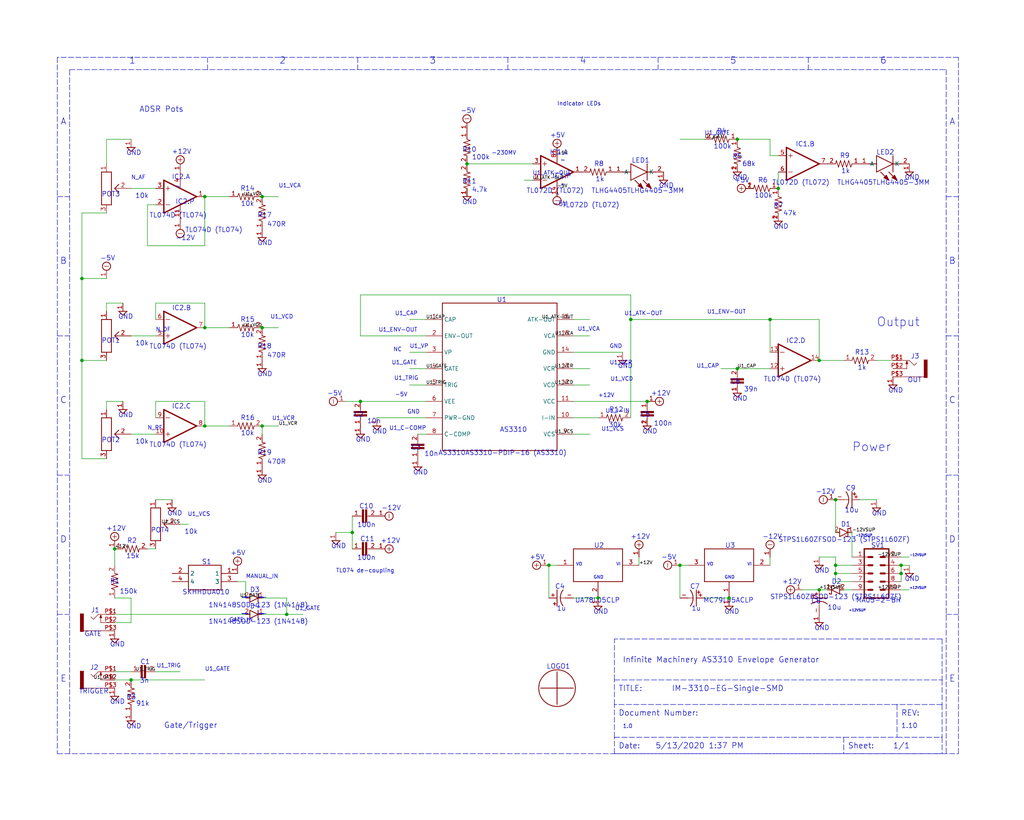
<source format=kicad_sch>
(kicad_sch (version 20211123) (generator eeschema)
  (paper "User" 317.5 254.178)
  (junction (at 170.18 175.26))
  (junction (at 88.9 190.5))
  (junction (at 81.28 60.96))
  (junction (at 185.42 185.42))
  (junction (at 259.08 177.8))
  (junction (at 241.3 58.42))
  (junction (at 210.82 175.26))
  (junction (at 254 182.88))
  (junction (at 40.64 210.82))
  (junction (at 254 111.76))
  (junction (at 81.28 132.08))
  (junction (at 228.6 114.3))
  (junction (at 279.4 175.26))
  (junction (at 35.56 170.18))
  (junction (at 228.6 43.18))
  (junction (at 25.4 86.36))
  (junction (at 25.4 111.76))
  (junction (at 226.06 185.42))
  (junction (at 81.28 101.6))
  (junction (at 111.76 124.46))
  (junction (at 63.5 60.96))
  (junction (at 63.5 101.6))
  (junction (at 144.78 50.8))
  (junction (at 259.08 154.94))
  (junction (at 109.22 165.1))
  (junction (at 63.5 132.08))
  (junction (at 200.66 124.46))
  (junction (at 259.08 175.26))
  (junction (at 195.58 99.06))
  (junction (at 279.4 177.8))
  (junction (at 238.76 99.06))
  (wire (pts (xy 33.02 93.98) (xy 38.1 93.98)))
  (wire (pts (xy 233.68 58.42) (xy 231.14 58.42)))
  (wire (pts (xy 279.4 172.72) (xy 281.94 172.72)))
  (wire (pts (xy 254 99.06) (xy 254 111.76)))
  (wire (pts (xy 238.76 99.06) (xy 254 99.06)))
  (wire (pts (xy 259.08 165.1) (xy 259.413 165.1)))
  (wire (pts (xy 45.72 63.5) (xy 48.26 63.5)))
  (wire (pts (xy 177.8 104.14) (xy 182.88 104.14)))
  (wire (pts (xy 198.12 175.26) (xy 198.12 172.72)))
  (wire (pts (xy 200.66 129.54) (xy 200.66 132.08)))
  (wire (pts (xy 81.28 60.96) (xy 86.36 60.96)))
  (wire (pts (xy 63.5 132.08) (xy 63.5 124.46)))
  (wire (pts (xy 40.64 193.04) (xy 35.56 193.04)))
  (wire (pts (xy 48.26 208.28) (xy 55.88 208.28)))
  (wire (pts (xy 71.12 60.96) (xy 63.5 60.96)))
  (wire (pts (xy 264.16 180.34) (xy 259.08 180.34)))
  (wire (pts (xy 48.26 124.46) (xy 48.26 129.54)))
  (wire (pts (xy 264.16 177.8) (xy 259.08 177.8)))
  (wire (pts (xy 33.02 124.46) (xy 38.1 124.46)))
  (wire (pts (xy 109.22 160.02) (xy 109.22 165.1)))
  (wire (pts (xy 40.64 134.62) (xy 48.26 134.62)))
  (wire (pts (xy 35.56 185.42) (xy 40.64 185.42)))
  (wire (pts (xy 111.76 124.46) (xy 107.188 124.46)))
  (wire (pts (xy 132.08 104.14) (xy 111.76 104.14)))
  (wire (pts (xy 40.64 208.28) (xy 35.56 208.28)))
  (wire (pts (xy 132.08 124.46) (xy 111.76 124.46)))
  (polyline (pts (xy 293.37 104.14) (xy 297.18 104.14)))
  (wire (pts (xy 35.56 170.18) (xy 35.56 175.26)))
  (polyline (pts (xy 17.78 147.32) (xy 21.59 147.32)))
  (polyline (pts (xy 190.5 218.44) (xy 190.5 210.82)))
  (wire (pts (xy 25.4 86.36) (xy 25.4 111.76)))
  (wire (pts (xy 33.02 127) (xy 33.02 124.46)))
  (wire (pts (xy 40.64 185.42) (xy 40.64 193.04)))
  (wire (pts (xy 218.44 43.18) (xy 210.82 43.18)))
  (wire (pts (xy 177.8 185.42) (xy 185.42 185.42)))
  (wire (pts (xy 76.2 185.42) (xy 76.533 185.42)))
  (wire (pts (xy 271.78 111.76) (xy 276.86 111.76)))
  (wire (pts (xy 264.16 172.72) (xy 264.16 165.1)))
  (wire (pts (xy 259.08 175.26) (xy 259.08 172.72)))
  (wire (pts (xy 35.56 190.5) (xy 76.533 190.5)))
  (wire (pts (xy 88.9 185.42) (xy 88.9 190.5)))
  (wire (pts (xy 132.08 129.54) (xy 116.84 129.54)))
  (wire (pts (xy 172.72 48.26) (xy 172.72 45.72)))
  (polyline (pts (xy 64.347 17.78) (xy 64.347 21.59)))
  (wire (pts (xy 228.6 114.3) (xy 223.52 114.3)))
  (wire (pts (xy 228.6 50.8) (xy 228.6 53.34)))
  (wire (pts (xy 71.12 101.6) (xy 63.5 101.6)))
  (wire (pts (xy 238.76 99.06) (xy 238.76 109.22)))
  (polyline (pts (xy 292.1 198.12) (xy 292.1 210.82)))
  (wire (pts (xy 73.66 180.34) (xy 76.2 180.34)))
  (wire (pts (xy 33.02 96.52) (xy 33.02 93.98)))
  (wire (pts (xy 266.7 154.94) (xy 271.78 154.94)))
  (wire (pts (xy 144.78 58.42) (xy 144.78 60.96)))
  (polyline (pts (xy 292.1 210.82) (xy 292.1 218.44)))
  (wire (pts (xy 132.08 119.38) (xy 127 119.38)))
  (wire (pts (xy 241.3 58.42) (xy 241.3 53.34)))
  (polyline (pts (xy 278.13 218.44) (xy 278.13 228.6)))
  (wire (pts (xy 238.76 175.26) (xy 238.76 172.72)))
  (polyline (pts (xy 292.1 198.12) (xy 190.5 198.12)))
  (polyline (pts (xy 21.59 233.68) (xy 21.59 21.59)))
  (polyline (pts (xy 293.37 190.5) (xy 297.18 190.5)))
  (polyline (pts (xy 190.5 228.6) (xy 190.5 218.44)))
  (polyline (pts (xy 110.913 17.78) (xy 110.913 21.59)))
  (wire (pts (xy 40.64 58.42) (xy 48.26 58.42)))
  (wire (pts (xy 279.4 175.26) (xy 279.4 177.8)))
  (wire (pts (xy 264.16 165.1) (xy 263.827 165.1)))
  (polyline (pts (xy 293.37 21.59) (xy 293.37 233.68)))
  (wire (pts (xy 177.8 124.46) (xy 200.66 124.46)))
  (wire (pts (xy 218.44 185.42) (xy 226.06 185.42)))
  (wire (pts (xy 228.6 43.18) (xy 238.76 43.18)))
  (polyline (pts (xy 292.1 218.44) (xy 278.13 218.44)))
  (wire (pts (xy 40.64 210.82) (xy 63.5 210.82)))
  (polyline (pts (xy 17.78 104.14) (xy 21.59 104.14)))
  (polyline (pts (xy 190.5 233.68) (xy 261.62 233.68)))
  (wire (pts (xy 45.72 76.2) (xy 45.72 63.5)))
  (polyline (pts (xy 278.13 218.44) (xy 190.5 218.44)))
  (wire (pts (xy 254 182.88) (xy 248.92 182.88)))
  (polyline (pts (xy 292.1 228.6) (xy 292.1 233.68)))
  (polyline (pts (xy 278.13 228.6) (xy 292.1 228.6)))
  (wire (pts (xy 172.72 58.42) (xy 172.72 60.96)))
  (wire (pts (xy 213.36 175.26) (xy 210.82 175.26)))
  (wire (pts (xy 25.4 142.24) (xy 33.02 142.24)))
  (wire (pts (xy 170.18 175.26) (xy 170.18 185.42)))
  (wire (pts (xy 279.4 182.88) (xy 281.94 182.88)))
  (wire (pts (xy 254 111.76) (xy 261.62 111.76)))
  (wire (pts (xy 109.22 165.1) (xy 109.22 170.18)))
  (wire (pts (xy 238.76 48.26) (xy 241.3 48.26)))
  (wire (pts (xy 76.2 180.34) (xy 76.2 185.42)))
  (wire (pts (xy 279.4 177.8) (xy 279.4 180.34)))
  (wire (pts (xy 132.08 109.22) (xy 127 109.22)))
  (wire (pts (xy 104.14 165.1) (xy 109.22 165.1)))
  (polyline (pts (xy 190.5 233.68) (xy 190.5 228.6)))
  (wire (pts (xy 261.287 182.88) (xy 264.16 182.88)))
  (wire (pts (xy 238.76 43.18) (xy 238.76 48.26)))
  (wire (pts (xy 238.76 114.3) (xy 228.6 114.3)))
  (wire (pts (xy 259.08 180.34) (xy 259.08 177.8)))
  (wire (pts (xy 177.8 99.06) (xy 182.88 99.06)))
  (wire (pts (xy 111.76 91.44) (xy 195.58 91.44)))
  (wire (pts (xy 86.36 132.08) (xy 81.28 132.08)))
  (wire (pts (xy 259.08 172.72) (xy 254 172.72)))
  (wire (pts (xy 281.94 175.26) (xy 279.4 175.26)))
  (wire (pts (xy 33.02 86.36) (xy 25.4 86.36)))
  (wire (pts (xy 63.5 76.2) (xy 45.72 76.2)))
  (wire (pts (xy 48.26 154.94) (xy 53.34 154.94)))
  (wire (pts (xy 195.58 91.44) (xy 195.58 99.06)))
  (wire (pts (xy 259.08 154.94) (xy 259.08 165.1)))
  (wire (pts (xy 88.9 190.5) (xy 93.98 190.5)))
  (wire (pts (xy 177.8 119.38) (xy 182.88 119.38)))
  (wire (pts (xy 33.02 43.18) (xy 40.64 43.18)))
  (wire (pts (xy 259.08 177.8) (xy 259.08 175.26)))
  (polyline (pts (xy 17.78 60.96) (xy 21.59 60.96)))
  (wire (pts (xy 172.72 175.26) (xy 170.18 175.26)))
  (wire (pts (xy 25.4 66.04) (xy 25.4 86.36)))
  (polyline (pts (xy 21.59 21.59) (xy 293.37 21.59)))
  (wire (pts (xy 241.3 66.04) (xy 241.3 68.58)))
  (wire (pts (xy 63.5 124.46) (xy 48.26 124.46)))
  (polyline (pts (xy 17.78 233.68) (xy 297.18 233.68)))
  (wire (pts (xy 144.78 50.8) (xy 165.1 50.8)))
  (wire (pts (xy 48.26 93.98) (xy 48.26 99.06)))
  (wire (pts (xy 185.42 129.54) (xy 177.8 129.54)))
  (wire (pts (xy 40.64 104.14) (xy 48.26 104.14)))
  (wire (pts (xy 177.8 114.3) (xy 182.88 114.3)))
  (wire (pts (xy 264.16 175.26) (xy 259.08 175.26)))
  (wire (pts (xy 33.02 50.8) (xy 33.02 43.18)))
  (wire (pts (xy 111.76 104.14) (xy 111.76 91.44)))
  (polyline (pts (xy 190.5 210.82) (xy 292.1 210.82)))
  (wire (pts (xy 195.58 99.06) (xy 195.58 129.54)))
  (wire (pts (xy 254 182.88) (xy 256.873 182.88)))
  (wire (pts (xy 81.28 132.08) (xy 81.28 134.62)))
  (polyline (pts (xy 157.48 17.78) (xy 157.48 21.59)))
  (polyline (pts (xy 261.62 228.6) (xy 278.13 228.6)))
  (wire (pts (xy 35.56 210.82) (xy 40.64 210.82)))
  (polyline (pts (xy 297.18 17.78) (xy 17.78 17.78)))
  (wire (pts (xy 80.947 185.42) (xy 88.9 185.42)))
  (polyline (pts (xy 292.1 218.44) (xy 292.1 228.6)))
  (polyline (pts (xy 293.37 147.32) (xy 297.18 147.32)))
  (polyline (pts (xy 261.62 233.68) (xy 292.1 233.68)))
  (wire (pts (xy 63.5 60.96) (xy 63.5 76.2)))
  (wire (pts (xy 63.5 93.98) (xy 48.26 93.98)))
  (wire (pts (xy 25.4 111.76) (xy 25.4 142.24)))
  (polyline (pts (xy 17.78 190.5) (xy 21.59 190.5)))
  (wire (pts (xy 177.8 134.62) (xy 182.88 134.62)))
  (wire (pts (xy 63.5 101.6) (xy 63.5 93.98)))
  (wire (pts (xy 81.28 101.6) (xy 86.36 101.6)))
  (polyline (pts (xy 250.613 17.78) (xy 250.613 21.59)))
  (wire (pts (xy 132.08 134.62) (xy 129.54 134.62)))
  (wire (pts (xy 228.6 121.92) (xy 228.6 119.38)))
  (polyline (pts (xy 17.78 17.78) (xy 17.78 233.68)))
  (wire (pts (xy 132.08 114.3) (xy 127 114.3)))
  (polyline (pts (xy 190.5 228.6) (xy 261.62 228.6)))
  (wire (pts (xy 71.12 132.08) (xy 63.5 132.08)))
  (wire (pts (xy 210.82 175.26) (xy 210.82 185.42)))
  (wire (pts (xy 33.02 66.04) (xy 25.4 66.04)))
  (wire (pts (xy 88.9 190.5) (xy 80.947 190.5)))
  (wire (pts (xy 165.1 55.88) (xy 162.56 55.88)))
  (polyline (pts (xy 261.62 228.6) (xy 261.62 233.68)))
  (polyline (pts (xy 297.18 233.68) (xy 297.18 17.78)))
  (wire (pts (xy 48.26 170.18) (xy 45.72 170.18)))
  (wire (pts (xy 177.8 109.22) (xy 193.04 109.22)))
  (polyline (pts (xy 204.047 17.78) (xy 204.047 21.59)))
  (wire (pts (xy 55.88 162.56) (xy 58.42 162.56)))
  (wire (pts (xy 132.08 99.06) (xy 127 99.06)))
  (wire (pts (xy 195.58 99.06) (xy 238.76 99.06)))
  (polyline (pts (xy 190.5 210.82) (xy 190.5 198.12)))
  (wire (pts (xy 25.4 111.76) (xy 33.02 111.76)))
  (polyline (pts (xy 293.37 60.96) (xy 297.18 60.96)))
  (text "R7" (at 239.8 64.756 180) (effects (font (size 1.48 1.48)) (justify left bottom)))
  (text "3n" (at 43.303 210.312 180) (effects (font (size 1.48 1.48)) (justify left top)))
  (text "U1_CAP" (at 122.428 98.044 180) (effects (font (size 1.233 1.233)) (justify left bottom)))
  (text "R18" (at 79.78 108.353 180) (effects (font (size 1.48 1.48)) (justify left bottom)))
  (text "Document Number:" (at 191.77 222.25 180) (effects (font (size 1.727 1.727)) (justify left bottom)))
  (text "VO" (at 221.234 174.498 180) (effects (font (size 0.987 0.987)) (justify right top)))
  (text "10k" (at 41.91 136.185 180) (effects (font (size 1.48 1.48)) (justify left top)))
  (text "10k" (at 41.91 105.705 180) (effects (font (size 1.48 1.48)) (justify left top)))
  (text "R16" (at 74.563 130.58 180) (effects (font (size 1.48 1.48)) (justify left bottom)))
  (text "-230MV" (at 152.4 48.26 180) (effects (font (size 1.233 1.233)) (justify left bottom)))
  (text "GND" (at 36.6 129.673 180) (effects (font (size 1.48 1.48)) (justify left bottom)))
  (text "B" (at 19.685 79.883 180) (effects (font (size 1.974 1.974)) (justify top)))
  (text "TITLE:" (at 191.77 214.63 180) (effects (font (size 1.727 1.727)) (justify left bottom)))
  (text "Date:" (at 191.77 232.41 180) (effects (font (size 1.727 1.727)) (justify left bottom)))
  (text "-12VSUP" (at 281.94 172.72 180) (effects (font (size 0.74 0.74)) (justify left bottom)))
  (text "100k" (at 233.91 59.92 180) (effects (font (size 1.48 1.48)) (justify left top)))
  (text "U1_GATE" (at 91.44 189.484 180) (effects (font (size 1.233 1.233)) (justify left bottom)))
  (text "R4" (at 222.228 41.68 180) (effects (font (size 1.48 1.48)) (justify left bottom)))
  (text "100k" (at 146.28 48.03 180) (effects (font (size 1.48 1.48)) (justify left top)))
  (text "GND" (at 252.5 195.713 180) (effects (font (size 1.48 1.48)) (justify left bottom)))
  (text "N_AF" (at 40.64 55.88 180) (effects (font (size 1.233 1.233)) (justify left bottom)))
  (text "LED1" (at 195.81 50.8 180) (effects (font (size 1.48 1.48)) (justify left bottom)))
  (text "J1" (at 28.173 190.246 180) (effects (font (size 1.48 1.48)) (justify left bottom)))
  (text "47k" (at 242.8 65.429 180) (effects (font (size 1.48 1.48)) (justify left top)))
  (text "-5V" (at 122.428 123.19 180) (effects (font (size 1.233 1.233)) (justify left bottom)))
  (text "-5V" (at 171.22 64.215 180) (effects (font (size 1.48 1.48)) (justify left bottom)))
  (text "R3" (at 39.14 217.156 180) (effects (font (size 1.48 1.48)) (justify left bottom)))
  (text "R2" (at 39.384 168.68 180) (effects (font (size 1.48 1.48)) (justify left bottom)))
  (text "TL074D (TL074)" (at 46.265 106.68 180) (effects (font (size 1.48 1.48)) (justify left top)))
  (text "TL074D (TL074)" (at 57.38 70.575 180) (effects (font (size 1.48 1.48)) (justify left top)))
  (text "D" (at 295.275 166.243 180) (effects (font (size 1.974 1.974)) (justify top)))
  (text "IC1.P" (at 171.22 55.594 180) (effects (font (size 1.48 1.48)) (justify left bottom)))
  (text "-5V" (at 205.025 173.76 180) (effects (font (size 1.48 1.48)) (justify left bottom)))
  (text "SpiceOrder 2" (at 81.28 185.42 180) (effects (font (size 0.247 0.247))))
  (text "GND" (at 102.64 170.313 180) (effects (font (size 1.48 1.48)) (justify left bottom)))
  (text "AS3310" (at 154.94 132.505 180) (effects (font (size 1.48 1.48)) (justify left top)))
  (text "E" (at 295.275 209.423 180) (effects (font (size 1.974 1.974)) (justify top)))
  (text "2" (at 87.63 17.78 180) (effects (font (size 1.974 1.974)) (justify top)))
  (text "GND" (at 39.14 48.393 180) (effects (font (size 1.48 1.48)) (justify left bottom)))
  (text "GND" (at 143.28 63.633 180) (effects (font (size 1.48 1.48)) (justify left bottom)))
  (text "Power" (at 264.16 137.16 180) (effects (font (size 2.714 2.714)) (justify left top)))
  (text "-12VSUP" (at 265.176 166.624 180) (effects (font (size 0.74 0.74)) (justify left bottom)))
  (text "STPS1L60ZFSOD-123 (STPS1L60ZF)" (at 241.292 166.6 180) (effects (font (size 1.48 1.48)) (justify left top)))
  (text "IC2.D" (at 243.798 106.68 180) (effects (font (size 1.48 1.48)) (justify left bottom)))
  (text "-12V" (at 118.247 158.52 180) (effects (font (size 1.48 1.48)) (justify left bottom)))
  (text "R15" (at 74.526 100.1 180) (effects (font (size 1.48 1.48)) (justify left bottom)))
  (text "1u" (at 172.583 187.96 180) (effects (font (size 1.48 1.48)) (justify left top)))
  (text "TLHG4405TLHG4405-3MM" (at 183.314 58.42 180) (effects (font (size 1.48 1.48)) (justify left top)))
  (text "+5V" (at 170.5 42.95 180) (effects (font (size 1.48 1.48)) (justify left bottom)))
  (text "LED2" (at 271.683 48.26 180) (effects (font (size 1.48 1.48)) (justify left bottom)))
  (text "U2" (at 184.164 170.18 180) (effects (font (size 1.48 1.48)) (justify left bottom)))
  (text "GND" (at 239.8 71.253 180) (effects (font (size 1.48 1.48)) (justify left bottom)))
  (text "GND" (at 115.34 134.753 180) (effects (font (size 1.48 1.48)) (justify left bottom)))
  (text "R19" (at 79.78 141.338 180) (effects (font (size 1.48 1.48)) (justify left bottom)))
  (text "U1_GATE" (at 218.44 40.64 180) (effects (font (size 1.233 1.233)) (justify left top)))
  (text "MANUAL_IN" (at 76.2 179.578 180) (effects (font (size 1.233 1.233)) (justify left bottom)))
  (text "U1_VP" (at 127 108.204 180) (effects (font (size 1.233 1.233)) (justify left bottom)))
  (text "SKHHDUA010" (at 56.532 182.88 180) (effects (font (size 1.48 1.48)) (justify left top)))
  (text "10n" (at 113.792 129.835 180) (effects (font (size 1.48 1.48)) (justify left top)))
  (text "R10" (at 143.28 47.394 180) (effects (font (size 1.48 1.48)) (justify left bottom)))
  (text "C1" (at 43.485 206.248 180) (effects (font (size 1.48 1.48)) (justify left bottom)))
  (text "U1_VCS" (at 58.166 160.274 180) (effects (font (size 1.233 1.233)) (justify left bottom)))
  (text "C8" (at 251.46 187.394 180) (effects (font (size 1.48 1.48)) (justify left bottom)))
  (text "+12V" (at 118.012 168.68 180) (effects (font (size 1.48 1.48)) (justify left bottom)))
  (text "GND" (at 79.78 149.993 180) (effects (font (size 1.48 1.48)) (justify left bottom)))
  (text "10k" (at 74.635 133.58 180) (effects (font (size 1.48 1.48)) (justify left top)))
  (text "R14" (at 74.49 59.46 180) (effects (font (size 1.48 1.48)) (justify left bottom)))
  (text "U1_GATE" (at 63.5 208.28 180) (effects (font (size 1.233 1.233)) (justify left bottom)))
  (text "GND" (at 34.06 218.573 180) (effects (font (size 1.48 1.48)) (justify left bottom)))
  (text "TLHG4405TLHG4405-3MM" (at 259.514 55.88 180) (effects (font (size 1.48 1.48)) (justify left top)))
  (text "68k" (at 230.1 50.114 180) (effects (font (size 1.48 1.48)) (justify left top)))
  (text "TRIGGER" (at 24.446 213.614 180) (effects (font (size 1.48 1.48)) (justify left top)))
  (text "C11" (at 111.647 168.148 180) (effects (font (size 1.48 1.48)) (justify left bottom)))
  (text "C2" (at 109.728 129.562 180) (effects (font (size 1.48 1.48)) (justify left bottom)))
  (text "+12VSUP" (at 263.144 188.969 180) (effects (font (size 0.74 0.74)) (justify left top)))
  (text "STPS1L60ZFSOD-123 (STPS1L60ZF)" (at 238.752 184.38 180) (effects (font (size 1.48 1.48)) (justify left top)))
  (text "Output" (at 271.78 101.6 180) (effects (font (size 2.714 2.714)) (justify left bottom)))
  (text "E" (at 19.685 209.423 180) (effects (font (size 1.974 1.974)) (justify top)))
  (text "GND" (at 51.84 160.153 180) (effects (font (size 1.48 1.48)) (justify left bottom)))
  (text "100n" (at 202.692 130.58 180) (effects (font (size 1.48 1.48)) (justify left top)))
  (text "1k" (at 184.601 54.84 180) (effects (font (size 1.48 1.48)) (justify left top)))
  (text "MA05-2-BH" (at 265.337 185.42 180) (effects (font (size 1.48 1.48)) (justify left top)))
  (text "V+" (at 173.99 50.165 180) (effects (font (size 0.493 0.493)) (justify left bottom)))
  (text "R17" (at 79.78 67.714 180) (effects (font (size 1.48 1.48)) (justify left bottom)))
  (text "SV1" (at 270.033 170.18 180) (effects (font (size 1.48 1.48)) (justify left bottom)))
  (text "-12V" (at 252.867 153.44 180) (effects (font (size 1.48 1.48)) (justify left bottom)))
  (text "4" (at 180.763 17.78 180) (effects (font (size 1.974 1.974)) (justify top)))
  (text "GND" (at 183.92 190.633 180) (effects (font (size 1.48 1.48)) (justify left bottom)))
  (text "C9" (at 262.222 152.4 180) (effects (font (size 1.48 1.48)) (justify left bottom)))
  (text "R13" (at 265.026 110.26 180) (effects (font (size 1.48 1.48)) (justify left bottom)))
  (text "U1_TRIG" (at 122.174 118.11 180) (effects (font (size 1.233 1.233)) (justify left bottom)))
  (text "TL074D (TL074)" (at 46.265 66.04 180) (effects (font (size 1.48 1.48)) (justify left top)))
  (text "N_RF" (at 45.72 132.08 180) (effects (font (size 1.233 1.233)) (justify left top)))
  (text "C" (at 19.685 123.063 180) (effects (font (size 1.974 1.974)) (justify top)))
  (text "+5V" (at 71.44 172.49 180) (effects (font (size 1.48 1.48)) (justify left bottom)))
  (text "U1_C-COMP" (at 120.65 133.604 180) (effects (font (size 1.233 1.233)) (justify left bottom)))
  (text "+12V" (at 32.922 164.87 180) (effects (font (size 1.48 1.48)) (justify left bottom)))
  (text "GND" (at 227.838 178.562 180) (effects (font (size 0.987 0.987)) (justify right top)))
  (text "GND" (at 280.44 56.013 180) (effects (font (size 1.48 1.48)) (justify left bottom)))
  (text "R8" (at 184.165 51.84 180) (effects (font (size 1.48 1.48)) (justify left bottom)))
  (text "R11" (at 143.28 57.227 180) (effects (font (size 1.48 1.48)) (justify left bottom)))
  (text "1.0" (at 193.04 226.06 180) (effects (font (size 1.233 1.233)) (justify left bottom)))
  (text "1k" (at 265.881 113.26 180) (effects (font (size 1.48 1.48)) (justify left top)))
  (text "U1" (at 154.011 93.98 180) (effects (font (size 1.48 1.48)) (justify left bottom)))
  (text "SpiceOrder 1" (at 76.2 190.5 180) (effects (font (size 0.247 0.247))))
  (text "IC2.A" (at 53.225 55.88 180) (effects (font (size 1.48 1.48)) (justify left bottom)))
  (text "B" (at 295.275 79.883 180) (effects (font (size 1.974 1.974)) (justify top)))
  (text "Sheet:" (at 262.89 232.41 180) (effects (font (size 1.727 1.727)) (justify left bottom)))
  (text "GND" (at 188.976 108.204 180) (effects (font (size 1.233 1.233)) (justify left bottom)))
  (text "TL074D (TL074)" (at 46.265 137.16 180) (effects (font (size 1.48 1.48)) (justify left top)))
  (text "GND" (at 227.1 56.013 180) (effects (font (size 1.48 1.48)) (justify left bottom)))
  (text "10u" (at 256.54 187.667 180) (effects (font (size 1.48 1.48)) (justify left top)))
  (text "SpiceOrder 1" (at 76.2 185.42 180) (effects (font (size 0.247 0.247))))
  (text "470R" (at 82.78 68.824 180) (effects (font (size 1.48 1.48)) (justify left top)))
  (text "GND" (at 39.14 226.193 180) (effects (font (size 1.48 1.48)) (justify left bottom)))
  (text "U1_TRIG" (at 48.514 207.264 180) (effects (font (size 1.233 1.233)) (justify left bottom)))
  (text "R6" (at 235.001 56.92 180) (effects (font (size 1.48 1.48)) (justify left bottom)))
  (text "U1_ENV-OUT" (at 219.202 97.536 180) (effects (font (size 1.233 1.233)) (justify left bottom)))
  (text "N_DF" (at 48.26 101.6 180) (effects (font (size 1.233 1.233)) (justify left top)))
  (text "-12V" (at 54.38 74.793 180) (effects (font (size 1.48 1.48)) (justify left bottom)))
  (text "39n" (at 230.632 119.966 180) (effects (font (size 1.48 1.48)) (justify left top)))
  (text "+12V" (at 195.482 167.41 180) (effects (font (size 1.48 1.48)) (justify left bottom)))
  (text "POT1" (at 31.496 106.632 180) (effects (font (size 1.48 1.48)) (justify left bottom)))
  (text "GND" (at 110.26 137.293 180) (effects (font (size 1.48 1.48)) (justify left bottom)))
  (text "J2" (at 27.846 208.026 180) (effects (font (size 1.48 1.48)) (justify left bottom)))
  (text "10k" (at 74.635 103.1 180) (effects (font (size 1.48 1.48)) (justify left top)))
  (text "U1_VCA" (at 86.36 58.42 180) (effects (font (size 1.233 1.233)) (justify left bottom)))
  (text "U1_ENV-OUT" (at 117.348 103.124 180) (effects (font (size 1.233 1.233)) (justify left bottom)))
  (text "R9" (at 260.4 49.3 180) (effects (font (size 1.48 1.48)) (justify left bottom)))
  (text "1" (at 41.063 17.78 180) (effects (font (size 1.974 1.974)) (justify top)))
  (text "U1_VCR" (at 84.328 130.556 180) (effects (font (size 1.233 1.233)) (justify left bottom)))
  (text "A" (at 19.685 36.703 180) (effects (font (size 1.974 1.974)) (justify top)))
  (text "MC79L05ACLP" (at 218.057 185.42 180) (effects (font (size 1.48 1.48)) (justify left top)))
  (text "U1_VCD" (at 83.82 99.06 180) (effects (font (size 1.233 1.233)) (justify left bottom)))
  (text "1N4148SOD-123 (1N4148)" (at 64.597 186.92 180) (effects (font (size 1.48 1.48)) (justify left top)))
  (text "IC2.B" (at 53.298 96.52 180) (effects (font (size 1.48 1.48)) (justify left bottom)))
  (text "D4" (at 77.448 189 180) (effects (font (size 1.48 1.48)) (justify left bottom)))
  (text "100n" (at 110.72 162.052 180) (effects (font (size 1.48 1.48)) (justify left top)))
  (text "U1_VCA" (at 179.07 102.87 180) (effects (font (size 1.233 1.233)) (justify left bottom)))
  (text "D3" (at 77.484 183.92 180) (effects (font (size 1.48 1.48)) (justify left bottom)))
  (text "GND" (at 224.56 190.633 180) (effects (font (size 1.48 1.48)) (justify left bottom)))
  (text "U3" (at 224.804 170.18 180) (effects (font (size 1.48 1.48)) (justify left bottom)))
  (text "GND" (at 270.28 160.153 180) (effects (font (size 1.48 1.48)) (justify left bottom)))
  (text "R1" (at 34.06 181.269 180) (effects (font (size 1.48 1.48)) (justify left bottom)))
  (text "J3" (at 282.354 111.506 180) (effects (font (size 1.48 1.48)) (justify left bottom)))
  (text "U1_GATE" (at 121.412 113.284 180) (effects (font (size 1.233 1.233)) (justify left bottom)))
  (text "+5V" (at 164.15 173.76 180) (effects (font (size 1.48 1.48)) (justify left bottom)))
  (text "R12" (at 188.826 128.04 180) (effects (font (size 1.48 1.48)) (justify left bottom)))
  (text "VO" (at 180.594 174.498 180) (effects (font (size 0.987 0.987)) (justify right top)))
  (text "+12VSUP" (at 281.94 182.88 180) (effects (font (size 0.74 0.74)) (justify left bottom)))
  (text "GND" (at 280.44 180.473 180) (effects (font (size 1.48 1.48)) (justify left bottom)))
  (text "+12V" (at 185.42 123.444 180) (effects (font (size 1.233 1.233)) (justify left bottom)))
  (text "IM-3310-EG-Single-SMD" (at 208.28 214.63 180) (effects (font (size 1.727 1.727)) (justify left bottom)))
  (text "-5V" (at 142.795 35.33 180) (effects (font (size 1.48 1.48)) (justify left bottom)))
  (text "+5V" (at 227.65 56.92 180) (effects (font (size 1.48 1.48)) (justify left bottom)))
  (text "GND" (at 227.1 124.593 180) (effects (font (size 1.48 1.48)) (justify left bottom)))
  (text "C6" (at 226.568 119.365 180) (effects (font (size 1.48 1.48)) (justify left bottom)))
  (text "4.7k" (at 146.28 58.117 180) (effects (font (size 1.48 1.48)) (justify left top)))
  (text "GND" (at 199.16 134.753 180) (effects (font (size 1.48 1.48)) (justify left bottom)))
  (text "NC" (at 121.92 109.22 180) (effects (font (size 1.233 1.233)) (justify left bottom)))
  (text "REV:" (at 279.4 222.25 180) (effects (font (size 1.727 1.727)) (justify left bottom)))
  (text "10k" (at 74.635 62.46 180) (effects (font (size 1.48 1.48)) (justify left top)))
  (text "GND" (at 36.6 99.193 180) (effects (font (size 1.48 1.48)) (justify left bottom)))
  (text "+12V" (at 53.242 48.03 180) (effects (font (size 1.48 1.48)) (justify left bottom)))
  (text "TL072D (TL072)" (at 239.377 55.88 180) (effects (font (size 1.48 1.48)) (justify left top)))
  (text "150k" (at 37.06 182.65 180) (effects (font (size 1.48 1.48)) (justify left top)))
  (text "1/1" (at 276.86 232.41 180) (effects (font (size 1.727 1.727)) (justify left bottom)))
  (text "D1" (at 260.691 163.6 180) (effects (font (size 1.48 1.48)) (justify left bottom)))
  (text "+12V" (at 242.472 181.38 180) (effects (font (size 1.48 1.48)) (justify left bottom)))
  (text "D2" (at 257.824 181.38 180) (effects (font (size 1.48 1.48)) (justify left bottom)))
  (text "U1_VCS" (at 186.436 133.858 180) (effects (font (size 1.233 1.233)) (justify left bottom)))
  (text "GND" (at 128.04 147.453 180) (effects (font (size 1.48 1.48)) (justify left bottom)))
  (text "POT3" (at 31.496 61.24 180) (effects (font (size 1.48 1.48)) (justify left bottom)))
  (text "GND" (at 79.78 116.973 180) (effects (font (size 1.48 1.48)) (justify left bottom)))
  (text "U1_CAP" (at 215.9 114.3 180) (effects (font (size 1.233 1.233)) (justify left bottom)))
  (text "C4" (at 172.073 182.88 180) (effects (font (size 1.48 1.48)) (justify left bottom)))
  (text "UA78L05CLP" (at 178.236 185.42 180) (effects (font (size 1.48 1.48)) (justify left top)))
  (text "-12V" (at 236.357 167.41 180) (effects (font (size 1.48 1.48)) (justify left bottom)))
  (text "U1_ATK-OUT" (at 193.548 98.044 180) (effects (font (size 1.233 1.233)) (justify left bottom)))
  (text "470R" (at 82.78 142.484 180) (effects (font (size 1.48 1.48)) (justify left top)))
  (text "1.10" (at 279.4 226.06 180) (effects (font (size 1.48 1.48)) (justify left bottom)))
  (text "IC2.C" (at 53.262 127 180) (effects (font (size 1.48 1.48)) (justify left bottom)))
  (text "C10" (at 111.32 157.988 180) (effects (font (size 1.48 1.48)) (justify left bottom)))
  (text "-5V" (at 31.035 81.05 180) (effects (font (size 1.48 1.48)) (justify left bottom)))
  (text "OUT" (at 281.39 117.094 180) (effects (font (size 1.48 1.48)) (justify left top)))
  (text "GATE" (at 26.136 195.834 180) (effects (font (size 1.48 1.48)) (justify left top)))
  (text "GND" (at 204.24 58.553 180) (effects (font (size 1.48 1.48)) (justify left bottom)))
  (text "1u" (at 214.399 187.96 180) (effects (font (size 1.48 1.48)) (justify left top)))
  (text "30k" (at 188.608 131.04 180) (effects (font (size 1.48 1.48)) (justify left top)))
  (text "GND" (at 252.5 177.933 180) (effects (font (size 1.48 1.48)) (justify left bottom)))
  (text "TL074D (TL074)" (at 236.765 116.84 180) (effects (font (size 1.48 1.48)) (justify left top)))
  (text "U1_VCR" (at 188.976 113.284 180) (effects (font (size 1.233 1.233)) (justify left bottom)))
  (text "6" (at 273.897 17.78 180) (effects (font (size 1.974 1.974)) (justify top)))
  (text "S1" (at 62.571 175.26 180) (effects (font (size 1.48 1.48)) (justify left bottom)))
  (text "10k" (at 57.15 164.125 180) (effects (font (size 1.48 1.48)) (justify left top)))
  (text "LOGO1" (at 169.446 207.68 180) (effects (font (size 1.48 1.48)) (justify left bottom)))
  (text "GND" (at 34.06 200.793 180) (effects (font (size 1.48 1.48)) (justify left bottom)))
  (text "100n" (at 110.72 172.212 180) (effects (font (size 1.48 1.48)) (justify left top)))
  (text "SpiceOrder 2" (at 81.28 190.5 180) (effects (font (size 0.247 0.247))))
  (text "IC1.A" (at 170.392 48.26 180) (effects (font (size 1.48 1.48)) (justify left bottom)))
  (text "C7" (at 213.926 182.88 180) (effects (font (size 1.48 1.48)) (justify left bottom)))
  (text "AS3310AS3310-PDIP-16 (AS3310)" (at 135.881 139.7 180) (effects (font (size 1.48 1.48)) (justify left top)))
  (text "C3" (at 127.508 139.722 180) (effects (font (size 1.48 1.48)) (justify left bottom)))
  (text "GND" (at 275.36 122.053 180) (effects (font (size 1.48 1.48)) (justify left bottom)))
  (text "15k" (at 39.075 171.68 180) (effects (font (size 1.48 1.48)) (justify left top)))
  (text "GATE_IN" (at 71.12 193.04 180) (effects (font (size 1.233 1.233)) (justify left bottom)))
  (text "1N4148SOD-123 (1N4148)" (at 64.597 192 180) (effects (font (size 1.48 1.48)) (justify left top)))
  (text "A" (at 295.275 36.703 180) (effects (font (size 1.974 1.974)) (justify top)))
  (text "470R" (at 82.78 109.464 180) (effects (font (size 1.48 1.48)) (justify left top)))
  (text "C" (at 295.275 123.063 180) (effects (font (size 1.974 1.974)) (justify top)))
  (text "GND" (at 126.238 128.524 180) (effects (font (size 1.233 1.233)) (justify left bottom)))
  (text "U1_VCD" (at 189.23 118.364 180) (effects (font (size 1.233 1.233)) (justify left bottom)))
  (text "U1_ATK-OUT" (at 165.1 53.086 180) (effects (font (size 1.233 1.233)) (justify left top)))
  (text "POT2" (at 31.496 137.44 180) (effects (font (size 1.48 1.48)) (justify left bottom)))
  (text "5/13/2020 1:37 PM" (at 203.2 232.41 180) (effects (font (size 1.727 1.727)) (justify left bottom)))
  (text "10u" (at 261.913 157.48 180) (effects (font (size 1.48 1.48)) (justify left top)))
  (text "U1_I-IN" (at 187.706 128.27 180) (effects (font (size 1.233 1.233)) (justify left bottom)))
  (text "+12V" (at 201.832 122.96 180) (effects (font (size 1.48 1.48)) (justify left bottom)))
  (text "V-" (at 173.99 57.785 180) (effects (font (size 0.493 0.493)) (justify left bottom)))
  (text "91k" (at 42.14 217.429 180) (effects (font (size 1.48 1.48)) (justify left top)))
  (text "VI" (at 233.172 174.498 180) (effects (font (size 0.987 0.987)) (justify right top)))
  (text "ADSR Pots" (at 43.18 33.02 180) (effects (font (size 1.727 1.727)) (justify left top)))
  (text "GND" (at 79.78 76.333 180) (effects (font (size 1.48 1.48)) (justify left bottom)))
  (text "POT4" (at 46.736 165.416 180) (effects (font (size 1.48 1.48)) (justify left bottom)))
  (text "Infinite Machinery AS3310 Envelope Generator" (at 193.04 205.74 180) (effects (font (size 1.727 1.727)) (justify left bottom)))
  (text "1k" (at 260.801 52.3 180) (effects (font (size 1.48 1.48)) (justify left top)))
  (text "Gate/Trigger" (at 50.8 226.06 180) (effects (font (size 1.727 1.727)) (justify left bottom)))
  (text "R5" (at 227.1 49.516 180) (effects (font (size 1.48 1.48)) (justify left bottom)))
  (text "D" (at 19.685 166.243 180) (effects (font (size 1.974 1.974)) (justify top)))
  (text "5" (at 227.33 17.78 180) (effects (font (size 1.974 1.974)) (justify top)))
  (text "VI" (at 192.532 174.498 180) (effects (font (size 0.987 0.987)) (justify right top)))
  (text "-5V" (at 101.393 122.96 180) (effects (font (size 1.48 1.48)) (justify left bottom)))
  (text "10n" (at 131.572 139.995 180) (effects (font (size 1.48 1.48)) (justify left top)))
  (text "TL074 de-coupling" (at 104.14 177.8 180) (effects (font (size 1.233 1.233)) (justify left bottom)))
  (text "TL072D (TL072)" (at 174.22 62.883 180) (effects (font (size 1.48 1.48)) (justify left top)))
  (text "Indicator LEDs" (at 172.72 33.02 180) (effects (font (size 1.233 1.233)) (justify left bottom)))
  (text "V+" (at 54.61 57.785 180) (effects (font (size 0.493 0.493)) (justify left top)))
  (text "GND" (at 187.198 178.562 180) (effects (font (size 0.987 0.987)) (justify right top)))
  (text "C5" (at 198.628 129.562 180) (effects (font (size 1.48 1.48)) (justify left bottom)))
  (text "GND" (at 191.54 114.433 180) (effects (font (size 1.48 1.48)) (justify left bottom)))
  (text "10k" (at 41.91 59.985 180) (effects (font (size 1.48 1.48)) (justify left top)))
  (text "V-" (at 54.61 65.405 180) (effects (font (size 0.493 0.493)) (justify left top)))
  (text "TL072D (TL072)" (at 163.177 58.42 180) (effects (font (size 1.48 1.48)) (justify left top)))
  (text "3" (at 134.197 17.78 180) (effects (font (size 1.974 1.974)) (justify top)))
  (text "IC1.B" (at 246.666 45.72 180) (effects (font (size 1.48 1.48)) (justify left bottom)))
  (text "IC2.P" (at 54.38 63.542 180) (effects (font (size 1.48 1.48)) (justify left bottom)))
  (text "100k" (at 221.21 44.68 180) (effects (font (size 1.48 1.48)) (justify left top)))
  (label "U1_TRIG" (at 132.08 119.38 0) (effects (font (size 1.016 1.016))))
  (label "U1_VCS" (at 177.8 134.62 180) (effects (font (size 1.016 1.016))))
  (label "+12V" (at 35.56 170.18 0) (effects (font (size 1.016 1.016))))
  (label "U1_CAP" (at 132.08 99.06 0) (effects (font (size 1.016 1.016))))
  (label "U1_GATE" (at 35.56 210.82 180) (effects (font (size 1.016 1.016))))
  (label "U1_GATE" (at 132.08 114.3 0) (effects (font (size 1.016 1.016))))
  (label "U1_GATE" (at 218.44 43.18 0) (effects (font (size 1.016 1.016))))
  (label "+5V" (at 172.72 48.26 0) (effects (font (size 1.016 1.016))))
  (label "U1_VCD" (at 177.8 119.38 180) (effects (font (size 1.016 1.016))))
  (label "U1_VCR" (at 177.8 114.3 180) (effects (font (size 1.016 1.016))))
  (label "U1_GATE" (at 80.947 185.42 180) (effects (font (size 1.016 1.016))))
  (label "U1_ATK-OUT" (at 165.1 55.88 0) (effects (font (size 1.016 1.016))))
  (label "U1_CAP" (at 228.6 114.3 0) (effects (font (size 1.016 1.016))))
  (label "+12VSUP" (at 261.287 182.88 180) (effects (font (size 1.016 1.016))))
  (label "U1_TRIG" (at 48.26 208.28 180) (effects (font (size 1.016 1.016))))
  (label "U1_VCA" (at 177.8 104.14 180) (effects (font (size 1.016 1.016))))
  (label "+12V" (at 198.12 175.26 0) (effects (font (size 1.016 1.016))))
  (label "U1_VCS" (at 55.88 162.56 180) (effects (font (size 1.016 1.016))))
  (label "-5V" (at 172.72 58.42 0) (effects (font (size 1.016 1.016))))
  (label "U1_VCD" (at 81.28 101.6 180) (effects (font (size 1.016 1.016))))
  (label "+12VSUP" (at 279.4 182.88 180) (effects (font (size 1.016 1.016))))
  (label "U1_ATK-OUT" (at 177.8 99.06 180) (effects (font (size 1.016 1.016))))
  (label "U1_VCR" (at 86.36 132.08 0) (effects (font (size 1.016 1.016))))
  (label "-12VSUP" (at 264.16 165.1 0) (effects (font (size 1.016 1.016))))
  (label "U1_VCA" (at 81.28 60.96 180) (effects (font (size 1.016 1.016))))
  (label "-12VSUP" (at 279.4 172.72 180) (effects (font (size 1.016 1.016))))
  (symbol (lib_id "IM-EG-1-eagle-import:+12V_11") (at 198.12 168.91 0) (unit 1)
    (property "Reference" "#SUPPLY26" (effects hide))
    (property "Value" "+12V_11" (effects hide))
    (property "Footprint" "IM-EG-1:" (effects hide))
  )
  (symbol (lib_id "IM-EG-1-eagle-import:GND") (at 200.66 132.715 0) (unit 1)
    (property "Reference" "#SUPPLY36" (effects hide))
    (property "Value" "GND" (effects hide))
    (property "Footprint" "IM-EG-1:" (effects hide))
  )
  (symbol (lib_id "IM-EG-1-eagle-import:R-US_R0805_(R-US_)") (at 40.64 170.18 0) (unit 1)
    (property "Reference" "R2" (effects hide))
    (property "Value" "15k" (effects hide))
    (property "Footprint" "IM-EG-1:R0805" (effects hide))
  )
  (symbol (lib_id "IM-EG-1-eagle-import:-12V") (at 255.27 154.94 270) (unit 1)
    (property "Reference" "#SUPPLY40" (effects hide))
    (property "Value" "-12V" (effects hide))
    (property "Footprint" "IM-EG-1:" (effects hide))
  )
  (symbol (lib_id "IM-EG-1-eagle-import:ALPHA-RD901F-40-15R") (at 34.163 58.42 0) (unit 1)
    (property "Reference" "POT3" (effects hide))
    (property "Value" "10k" (effects hide))
    (property "Footprint" "IM-EG-1:RD901F4015R1B100K00DL1" (effects hide))
  )
  (symbol (lib_id "IM-EG-1-eagle-import:TL074D_(TL074)") (at 55.88 101.6 180) (unit 2)
    (property "Reference" "IC2" (effects hide))
    (property "Value" "TL074D_(TL074)" (effects hide))
    (property "Footprint" "IM-EG-1:SO14" (effects hide))
  )
  (symbol (lib_id "IM-EG-1-eagle-import:GND") (at 205.74 56.515 0) (unit 1)
    (property "Reference" "#SUPPLY59" (effects hide))
    (property "Value" "GND" (effects hide))
    (property "Footprint" "IM-EG-1:" (effects hide))
  )
  (symbol (lib_id "IM-EG-1-eagle-import:MA05-2-BH") (at 271.78 177.8 180) (unit 1)
    (property "Reference" "SV1" (effects hide))
    (property "Value" "MA05-2-BH" (effects hide))
    (property "Footprint" "IM-EG-1:MA05-2-BH" (effects hide))
  )
  (symbol (lib_id "IM-EG-1-eagle-import:AS3310AS3310-PDIP-16_(AS3310)") (at 154.94 116.84 0) (unit 1)
    (property "Reference" "U1" (effects hide))
    (property "Value" "AS3310AS3310-PDIP-16_(AS3310)" (effects hide))
    (property "Footprint" "IM-EG-1:AS3310-PDIP-16" (effects hide))
  )
  (symbol (lib_id "IM-EG-1-eagle-import:R-US_R0805_(R-US_)") (at 261.62 50.8 180) (unit 1)
    (property "Reference" "R9" (effects hide))
    (property "Value" "1k" (effects hide))
    (property "Footprint" "IM-EG-1:R0805" (effects hide))
  )
  (symbol (lib_id "IM-EG-1-eagle-import:+12V_11") (at 55.88 49.53 0) (unit 1)
    (property "Reference" "#SUPPLY32" (effects hide))
    (property "Value" "+12V_11" (effects hide))
    (property "Footprint" "IM-EG-1:" (effects hide))
  )
  (symbol (lib_id "IM-EG-1-eagle-import:C-EUC0805_(C-EU)") (at 44.45 208.28 90) (unit 1)
    (property "Reference" "C1" (effects hide))
    (property "Value" "3n" (effects hide))
    (property "Footprint" "IM-EG-1:C0805" (effects hide))
  )
  (symbol (lib_id "IM-EG-1-eagle-import:-5V") (at 103.378 124.46 270) (unit 1)
    (property "Reference" "#SUPPLY11" (effects hide))
    (property "Value" "-5V" (effects hide))
    (property "Footprint" "IM-EG-1:" (effects hide))
  )
  (symbol (lib_id "IM-EG-1-eagle-import:GND") (at 271.78 158.115 0) (unit 1)
    (property "Reference" "#SUPPLY4" (effects hide))
    (property "Value" "GND" (effects hide))
    (property "Footprint" "IM-EG-1:" (effects hide))
  )
  (symbol (lib_id "IM-EG-1-eagle-import:CPOL-USE2-5_(CPOL-US)") (at 254 186.102 0) (unit 1)
    (property "Reference" "C8" (effects hide))
    (property "Value" "10u" (effects hide))
    (property "Footprint" "IM-EG-1:E2-5" (effects hide))
  )
  (symbol (lib_id "IM-EG-1-eagle-import:R-US_R0805_(R-US_)") (at 241.3 63.5 270) (unit 1)
    (property "Reference" "R7" (effects hide))
    (property "Value" "47k" (effects hide))
    (property "Footprint" "IM-EG-1:R0805" (effects hide))
  )
  (symbol (lib_id "IM-EG-1-eagle-import:R-US_R0805_(R-US_)") (at 81.28 66.04 90) (unit 1)
    (property "Reference" "R17" (effects hide))
    (property "Value" "470R" (effects hide))
    (property "Footprint" "IM-EG-1:R0805" (effects hide))
  )
  (symbol (lib_id "IM-EG-1-eagle-import:GND") (at 81.28 74.295 0) (unit 1)
    (property "Reference" "#SUPPLY22" (effects hide))
    (property "Value" "GND" (effects hide))
    (property "Footprint" "IM-EG-1:" (effects hide))
  )
  (symbol (lib_id "IM-EG-1-eagle-import:GND") (at 35.56 198.755 0) (unit 1)
    (property "Reference" "#SUPPLY13" (effects hide))
    (property "Value" "GND" (effects hide))
    (property "Footprint" "IM-EG-1:" (effects hide))
  )
  (symbol (lib_id "IM-EG-1-eagle-import:+5V_7") (at 73.66 173.99 0) (unit 1)
    (property "Reference" "#SUPPLY47" (effects hide))
    (property "Value" "+5V_7" (effects hide))
    (property "Footprint" "IM-EG-1:" (effects hide))
  )
  (symbol (lib_id "IM-EG-1-eagle-import:+5V") (at 166.37 175.26 90) (unit 1)
    (property "Reference" "#SUPPLY25" (effects hide))
    (property "Value" "+5V" (effects hide))
    (property "Footprint" "IM-EG-1:" (effects hide))
  )
  (symbol (lib_id "IM-EG-1-eagle-import:TL072D_(TL072)") (at 248.92 50.8 0) (unit 2)
    (property "Reference" "IC1" (effects hide))
    (property "Value" "TL072D_(TL072)" (effects hide))
    (property "Footprint" "IM-EG-1:SO08" (effects hide))
  )
  (symbol (lib_id "IM-EG-1-eagle-import:GND") (at 281.94 53.975 0) (unit 1)
    (property "Reference" "#SUPPLY60" (effects hide))
    (property "Value" "GND" (effects hide))
    (property "Footprint" "IM-EG-1:" (effects hide))
  )
  (symbol (lib_id "IM-EG-1-eagle-import:R-US_R0805_(R-US_)") (at 76.2 101.6 0) (unit 1)
    (property "Reference" "R15" (effects hide))
    (property "Value" "10k" (effects hide))
    (property "Footprint" "IM-EG-1:R0805" (effects hide))
  )
  (symbol (lib_id "IM-EG-1-eagle-import:GND") (at 228.6 122.555 0) (unit 1)
    (property "Reference" "#SUPPLY37" (effects hide))
    (property "Value" "GND" (effects hide))
    (property "Footprint" "IM-EG-1:" (effects hide))
  )
  (symbol (lib_id "IM-EG-1-eagle-import:C-EUC0805_(C-EU)") (at 129.54 138.43 180) (unit 1)
    (property "Reference" "C3" (effects hide))
    (property "Value" "10n" (effects hide))
    (property "Footprint" "IM-EG-1:C0805" (effects hide))
  )
  (symbol (lib_id "IM-EG-1-eagle-import:GND") (at 111.76 135.255 0) (unit 1)
    (property "Reference" "#SUPPLY35" (effects hide))
    (property "Value" "GND" (effects hide))
    (property "Footprint" "IM-EG-1:" (effects hide))
  )
  (symbol (lib_id "IM-EG-1-eagle-import:R-US_R0805_(R-US_)") (at 190.5 129.54 0) (unit 1)
    (property "Reference" "R12" (effects hide))
    (property "Value" "30k" (effects hide))
    (property "Footprint" "IM-EG-1:R0805" (effects hide))
  )
  (symbol (lib_id "IM-EG-1-eagle-import:TL074D_(TL074)") (at 55.88 60.96 0) (unit 5)
    (property "Reference" "IC2" (effects hide))
    (property "Value" "TL074D_(TL074)" (effects hide))
    (property "Footprint" "IM-EG-1:SO14" (effects hide))
  )
  (symbol (lib_id "IM-EG-1-eagle-import:CPOL-USE2-5_(CPOL-US)") (at 263.478 154.94 270) (unit 1)
    (property "Reference" "C9" (effects hide))
    (property "Value" "10u" (effects hide))
    (property "Footprint" "IM-EG-1:E2-5" (effects hide))
  )
  (symbol (lib_id "IM-EG-1-eagle-import:GND") (at 81.28 147.955 0) (unit 1)
    (property "Reference" "#SUPPLY3" (effects hide))
    (property "Value" "GND" (effects hide))
    (property "Footprint" "IM-EG-1:" (effects hide))
  )
  (symbol (lib_id "IM-EG-1-eagle-import:R-US_R0805_(R-US_)") (at 266.7 111.76 0) (unit 1)
    (property "Reference" "R13" (effects hide))
    (property "Value" "1k" (effects hide))
    (property "Footprint" "IM-EG-1:R0805" (effects hide))
  )
  (symbol (lib_id "IM-EG-1-eagle-import:-5V") (at 207.01 175.26 270) (unit 1)
    (property "Reference" "#SUPPLY10" (effects hide))
    (property "Value" "-5V" (effects hide))
    (property "Footprint" "IM-EG-1:" (effects hide))
  )
  (symbol (lib_id "IM-EG-1-eagle-import:ALPHA-RD901F-40-15R") (at 34.163 104.14 0) (unit 1)
    (property "Reference" "POT1" (effects hide))
    (property "Value" "10k" (effects hide))
    (property "Footprint" "IM-EG-1:RD901F4015R1B100K00DL1" (effects hide))
  )
  (symbol (lib_id "IM-EG-1-eagle-import:TL074D_(TL074)") (at 55.88 132.08 180) (unit 3)
    (property "Reference" "IC2" (effects hide))
    (property "Value" "TL074D_(TL074)" (effects hide))
    (property "Footprint" "IM-EG-1:SO14" (effects hide))
  )
  (symbol (lib_id "IM-EG-1-eagle-import:GND") (at 144.78 61.595 0) (unit 1)
    (property "Reference" "#SUPPLY56" (effects hide))
    (property "Value" "GND" (effects hide))
    (property "Footprint" "IM-EG-1:" (effects hide))
  )
  (symbol (lib_id "IM-EG-1-eagle-import:GND") (at 241.3 69.215 0) (unit 1)
    (property "Reference" "#SUPPLY42" (effects hide))
    (property "Value" "GND" (effects hide))
    (property "Footprint" "IM-EG-1:" (effects hide))
  )
  (symbol (lib_id "IM-EG-1-eagle-import:GND") (at 226.06 188.595 0) (unit 1)
    (property "Reference" "#SUPPLY2" (effects hide))
    (property "Value" "GND" (effects hide))
    (property "Footprint" "IM-EG-1:" (effects hide))
  )
  (symbol (lib_id "IM-EG-1-eagle-import:GND") (at 254 175.895 0) (unit 1)
    (property "Reference" "#SUPPLY1" (effects hide))
    (property "Value" "GND" (effects hide))
    (property "Footprint" "IM-EG-1:" (effects hide))
  )
  (symbol (lib_id "IM-EG-1-eagle-import:TLHG4405TLHG4405-3MM_(TLHG4405)") (at 198.12 54.61 180) (unit 1)
    (property "Reference" "LED1" (effects hide))
    (property "Value" "TLHG4405TLHG4405-3MM" (effects hide))
    (property "Footprint" "IM-EG-1:LEDRD254W60D320H440B" (effects hide))
  )
  (symbol (lib_id "IM-EG-1-eagle-import:R-US_R0805_(R-US_)") (at 76.2 60.96 0) (unit 1)
    (property "Reference" "R14" (effects hide))
    (property "Value" "10k" (effects hide))
    (property "Footprint" "IM-EG-1:R0805" (effects hide))
  )
  (symbol (lib_id "IM-EG-1-eagle-import:GND") (at 193.04 112.395 0) (unit 1)
    (property "Reference" "#SUPPLY41" (effects hide))
    (property "Value" "GND" (effects hide))
    (property "Footprint" "IM-EG-1:" (effects hide))
  )
  (symbol (lib_id "IM-EG-1-eagle-import:R-US_R0805_(R-US_)") (at 236.22 58.42 180) (unit 1)
    (property "Reference" "R6" (effects hide))
    (property "Value" "100k" (effects hide))
    (property "Footprint" "IM-EG-1:R0805" (effects hide))
  )
  (symbol (lib_id "IM-EG-1-eagle-import:R-US_R0805_(R-US_)") (at 76.2 132.08 0) (unit 1)
    (property "Reference" "R16" (effects hide))
    (property "Value" "10k" (effects hide))
    (property "Footprint" "IM-EG-1:R0805" (effects hide))
  )
  (symbol (lib_id "IM-EG-1-eagle-import:C-EUC0805_(C-EU)") (at 113.03 170.18 90) (unit 1)
    (property "Reference" "C11" (effects hide))
    (property "Value" "100n" (effects hide))
    (property "Footprint" "IM-EG-1:C0805" (effects hide))
  )
  (symbol (lib_id "IM-EG-1-eagle-import:GND") (at 228.6 53.975 0) (unit 1)
    (property "Reference" "#SUPPLY43" (effects hide))
    (property "Value" "GND" (effects hide))
    (property "Footprint" "IM-EG-1:" (effects hide))
  )
  (symbol (lib_id "IM-EG-1-eagle-import:1N4148SOD-123_(1N4148)") (at 78.74 190.5 0) (unit 1)
    (property "Reference" "D4" (effects hide))
    (property "Value" "1N4148SOD-123_(1N4148)" (effects hide))
    (property "Footprint" "IM-EG-1:SOD3715X135" (effects hide))
  )
  (symbol (lib_id "IM-EG-1-eagle-import:C-EUC0805_(C-EU)") (at 111.76 128.27 180) (unit 1)
    (property "Reference" "C2" (effects hide))
    (property "Value" "10n" (effects hide))
    (property "Footprint" "IM-EG-1:C0805" (effects hide))
  )
  (symbol (lib_id "IM-EG-1-eagle-import:ALPHA-RD901F-40-15R") (at 34.163 134.62 0) (unit 1)
    (property "Reference" "POT2" (effects hide))
    (property "Value" "10k" (effects hide))
    (property "Footprint" "IM-EG-1:RD901F4015R1B100K00DL1" (effects hide))
  )
  (symbol (lib_id "IM-EG-1-eagle-import:R-US_R0805_(R-US_)") (at 81.28 106.68 90) (unit 1)
    (property "Reference" "R18" (effects hide))
    (property "Value" "470R" (effects hide))
    (property "Footprint" "IM-EG-1:R0805" (effects hide))
  )
  (symbol (lib_id "IM-EG-1-eagle-import:GND") (at 40.64 46.355 0) (unit 1)
    (property "Reference" "#SUPPLY17" (effects hide))
    (property "Value" "GND" (effects hide))
    (property "Footprint" "IM-EG-1:" (effects hide))
  )
  (symbol (lib_id "IM-EG-1-eagle-import:1N4148SOD-123_(1N4148)") (at 78.74 185.42 0) (unit 1)
    (property "Reference" "D3" (effects hide))
    (property "Value" "1N4148SOD-123_(1N4148)" (effects hide))
    (property "Footprint" "IM-EG-1:SOD3715X135" (effects hide))
  )
  (symbol (lib_id "IM-EG-1-eagle-import:TL072D_(TL072)") (at 172.72 53.34 0) (unit 3)
    (property "Reference" "IC1" (effects hide))
    (property "Value" "TL072D_(TL072)" (effects hide))
    (property "Footprint" "IM-EG-1:SO08" (effects hide))
  )
  (symbol (lib_id "IM-EG-1-eagle-import:R-US_R0805_(R-US_)") (at 144.78 55.88 90) (unit 1)
    (property "Reference" "R11" (effects hide))
    (property "Value" "4.7k" (effects hide))
    (property "Footprint" "IM-EG-1:R0805" (effects hide))
  )
  (symbol (lib_id "IM-EG-1-eagle-import:R-US_R0805_(R-US_)") (at 35.56 180.34 90) (unit 1)
    (property "Reference" "R1" (effects hide))
    (property "Value" "150k" (effects hide))
    (property "Footprint" "IM-EG-1:R0805" (effects hide))
  )
  (symbol (lib_id "IM-EG-1-eagle-import:R-US_R0805_(R-US_)") (at 228.6 48.26 270) (unit 1)
    (property "Reference" "R5" (effects hide))
    (property "Value" "68k" (effects hide))
    (property "Footprint" "IM-EG-1:R0805" (effects hide))
  )
  (symbol (lib_id "IM-EG-1-eagle-import:TL074D_(TL074)") (at 246.38 111.76 180) (unit 4)
    (property "Reference" "IC2" (effects hide))
    (property "Value" "TL074D_(TL074)" (effects hide))
    (property "Footprint" "IM-EG-1:SO14" (effects hide))
  )
  (symbol (lib_id "IM-EG-1-eagle-import:GND") (at 35.56 216.535 0) (unit 1)
    (property "Reference" "#SUPPLY14" (effects hide))
    (property "Value" "GND" (effects hide))
    (property "Footprint" "IM-EG-1:" (effects hide))
  )
  (symbol (lib_id "IM-EG-1-eagle-import:GND") (at 104.14 168.275 0) (unit 1)
    (property "Reference" "#SUPPLY46" (effects hide))
    (property "Value" "GND" (effects hide))
    (property "Footprint" "IM-EG-1:" (effects hide))
  )
  (symbol (lib_id "IM-EG-1-eagle-import:R-US_R0805_(R-US_)") (at 185.42 53.34 180) (unit 1)
    (property "Reference" "R8" (effects hide))
    (property "Value" "1k" (effects hide))
    (property "Footprint" "IM-EG-1:R0805" (effects hide))
  )
  (symbol (lib_id "IM-EG-1-eagle-import:+5V_7") (at 172.72 44.45 0) (unit 1)
    (property "Reference" "#SUPPLY34" (effects hide))
    (property "Value" "+5V_7" (effects hide))
    (property "Footprint" "IM-EG-1:" (effects hide))
  )
  (symbol (lib_id "IM-EG-1-eagle-import:STPS1L60ZFSOD-123_(STPS1L60ZF)") (at 259.08 182.88 180) (unit 1)
    (property "Reference" "D2" (effects hide))
    (property "Value" "STPS1L60ZFSOD-123_(STPS1L60ZF)" (effects hide))
    (property "Footprint" "IM-EG-1:SOD3516X98N" (effects hide))
  )
  (symbol (lib_id "IM-EG-1-eagle-import:-12V_19") (at 55.88 72.39 0) (unit 1)
    (property "Reference" "#SUPPLY31" (effects hide))
    (property "Value" "-12V_19" (effects hide))
    (property "Footprint" "IM-EG-1:" (effects hide))
  )
  (symbol (lib_id "IM-EG-1-eagle-import:GND") (at 254 193.675 0) (unit 1)
    (property "Reference" "#SUPPLY5" (effects hide))
    (property "Value" "GND" (effects hide))
    (property "Footprint" "IM-EG-1:" (effects hide))
  )
  (symbol (lib_id "IM-EG-1-eagle-import:WQP-PJ301M-12_JACK") (at 28.956 193.04 0) (unit 1)
    (property "Reference" "J1" (effects hide))
    (property "Value" "GATE" (effects hide))
    (property "Footprint" "IM-EG-1:WQP-PJ301M-12_JACK" (effects hide))
  )
  (symbol (lib_id "IM-EG-1-eagle-import:CPOL-USE2-5_(CPOL-US)") (at 173.402 185.42 90) (unit 1)
    (property "Reference" "C4" (effects hide))
    (property "Value" "1u" (effects hide))
    (property "Footprint" "IM-EG-1:E2-5" (effects hide))
  )
  (symbol (lib_id "IM-EG-1-eagle-import:TLHG4405TLHG4405-3MM_(TLHG4405)") (at 274.32 52.07 180) (unit 1)
    (property "Reference" "LED2" (effects hide))
    (property "Value" "TLHG4405TLHG4405-3MM" (effects hide))
    (property "Footprint" "IM-EG-1:LEDRD254W60D320H440B" (effects hide))
  )
  (symbol (lib_id "IM-EG-1-eagle-import:GND") (at 38.1 97.155 0) (unit 1)
    (property "Reference" "#SUPPLY18" (effects hide))
    (property "Value" "GND" (effects hide))
    (property "Footprint" "IM-EG-1:" (effects hide))
  )
  (symbol (lib_id "IM-EG-1-eagle-import:GND") (at 185.42 188.595 0) (unit 1)
    (property "Reference" "#SUPPLY24" (effects hide))
    (property "Value" "GND" (effects hide))
    (property "Footprint" "IM-EG-1:" (effects hide))
  )
  (symbol (lib_id "IM-EG-1-eagle-import:+12V_11") (at 35.56 166.37 0) (unit 1)
    (property "Reference" "#SUPPLY15" (effects hide))
    (property "Value" "+12V_11" (effects hide))
    (property "Footprint" "IM-EG-1:" (effects hide))
  )
  (symbol (lib_id "IM-EG-1-eagle-import:+12V") (at 245.11 182.88 90) (unit 1)
    (property "Reference" "#SUPPLY39" (effects hide))
    (property "Value" "+12V" (effects hide))
    (property "Footprint" "IM-EG-1:" (effects hide))
  )
  (symbol (lib_id "IM-EG-1-eagle-import:SKHHDUA010") (at 63.5 179.07 0) (unit 1)
    (property "Reference" "S1" (effects hide))
    (property "Value" "SKHHDUA010" (effects hide))
    (property "Footprint" "IM-EG-1:SKHHDHA010" (effects hide))
  )
  (symbol (lib_id "IM-EG-1-eagle-import:-5V") (at 144.78 36.83 180) (unit 1)
    (property "Reference" "#SUPPLY55" (effects hide))
    (property "Value" "-5V" (effects hide))
    (property "Footprint" "IM-EG-1:" (effects hide))
  )
  (symbol (lib_id "IM-EG-1-eagle-import:+12V") (at 120.65 170.18 270) (unit 1)
    (property "Reference" "#SUPPLY45" (effects hide))
    (property "Value" "+12V" (effects hide))
    (property "Footprint" "IM-EG-1:" (effects hide))
  )
  (symbol (lib_id "IM-EG-1-eagle-import:GND") (at 38.1 127.635 0) (unit 1)
    (property "Reference" "#SUPPLY19" (effects hide))
    (property "Value" "GND" (effects hide))
    (property "Footprint" "IM-EG-1:" (effects hide))
  )
  (symbol (lib_id "IM-EG-1-eagle-import:GND") (at 281.94 178.435 0) (unit 1)
    (property "Reference" "#SUPPLY9" (effects hide))
    (property "Value" "GND" (effects hide))
    (property "Footprint" "IM-EG-1:" (effects hide))
  )
  (symbol (lib_id "IM-EG-1-eagle-import:GND") (at 116.84 132.715 0) (unit 1)
    (property "Reference" "#SUPPLY28" (effects hide))
    (property "Value" "GND" (effects hide))
    (property "Footprint" "IM-EG-1:" (effects hide))
  )
  (symbol (lib_id "IM-EG-1-eagle-import:+5V") (at 229.87 58.42 90) (unit 1)
    (property "Reference" "#SUPPLY29" (effects hide))
    (property "Value" "+5V" (effects hide))
    (property "Footprint" "IM-EG-1:" (effects hide))
  )
  (symbol (lib_id "IM-EG-1-eagle-import:C-EUC0805_(C-EU)") (at 228.6 118.11 180) (unit 1)
    (property "Reference" "C6" (effects hide))
    (property "Value" "39n" (effects hide))
    (property "Footprint" "IM-EG-1:C0805" (effects hide))
  )
  (symbol (lib_id "IM-EG-1-eagle-import:R-US_R0805_(R-US_)") (at 40.64 215.9 90) (unit 1)
    (property "Reference" "R3" (effects hide))
    (property "Value" "91k" (effects hide))
    (property "Footprint" "IM-EG-1:R0805" (effects hide))
  )
  (symbol (lib_id "IM-EG-1-eagle-import:TL072D_(TL072)") (at 172.72 53.34 0) (unit 1)
    (property "Reference" "IC1" (effects hide))
    (property "Value" "TL072D_(TL072)" (effects hide))
    (property "Footprint" "IM-EG-1:SO08" (effects hide))
  )
  (symbol (lib_id "IM-EG-1-eagle-import:ALPHA-RD901F-40-15R") (at 49.403 162.56 0) (unit 1)
    (property "Reference" "POT4" (effects hide))
    (property "Value" "10k" (effects hide))
    (property "Footprint" "IM-EG-1:RD901F4015R1B100K00DL1" (effects hide))
  )
  (symbol (lib_id "IM-EG-1-eagle-import:-12V") (at 120.65 160.02 90) (unit 1)
    (property "Reference" "#SUPPLY44" (effects hide))
    (property "Value" "-12V" (effects hide))
    (property "Footprint" "IM-EG-1:" (effects hide))
  )
  (symbol (lib_id "IM-EG-1-eagle-import:WQP-PJ301M-12_JACK") (at 28.956 210.82 0) (unit 1)
    (property "Reference" "J2" (effects hide))
    (property "Value" "TRIGGER" (effects hide))
    (property "Footprint" "IM-EG-1:WQP-PJ301M-12_JACK" (effects hide))
  )
  (symbol (lib_id "IM-EG-1-eagle-import:-5V_16") (at 172.72 62.23 0) (unit 1)
    (property "Reference" "#SUPPLY38" (effects hide))
    (property "Value" "-5V_16" (effects hide))
    (property "Footprint" "IM-EG-1:" (effects hide))
  )
  (symbol (lib_id "IM-EG-1-eagle-import:-12V") (at 238.76 168.91 180) (unit 1)
    (property "Reference" "#SUPPLY6" (effects hide))
    (property "Value" "-12V" (effects hide))
    (property "Footprint" "IM-EG-1:" (effects hide))
  )
  (symbol (lib_id "IM-EG-1-eagle-import:GND") (at 53.34 158.115 0) (unit 1)
    (property "Reference" "#SUPPLY16" (effects hide))
    (property "Value" "GND" (effects hide))
    (property "Footprint" "IM-EG-1:" (effects hide))
  )
  (symbol (lib_id "IM-EG-1-eagle-import:GND") (at 129.54 145.415 0) (unit 1)
    (property "Reference" "#SUPPLY27" (effects hide))
    (property "Value" "GND" (effects hide))
    (property "Footprint" "IM-EG-1:" (effects hide))
  )
  (symbol (lib_id "IM-EG-1-eagle-import:WQP-PJ301M-12_JACK_5") (at 283.464 114.3 0) (unit 1)
    (property "Reference" "J3" (effects hide))
    (property "Value" "OUT" (effects hide))
    (property "Footprint" "IM-EG-1:WQP-PJ301M-12_JACK" (effects hide))
  )
  (symbol (lib_id "IM-EG-1-eagle-import:R-US_R0805_(R-US_)") (at 223.52 43.18 180) (unit 1)
    (property "Reference" "R4" (effects hide))
    (property "Value" "100k" (effects hide))
    (property "Footprint" "IM-EG-1:R0805" (effects hide))
  )
  (symbol (lib_id "IM-EG-1-eagle-import:UA78L05CLP") (at 185.42 175.26 90) (unit 1)
    (property "Reference" "U2" (effects hide))
    (property "Value" "UA78L05CLP" (effects hide))
    (property "Footprint" "IM-EG-1:TO-92" (effects hide))
  )
  (symbol (lib_id "IM-EG-1-eagle-import:IM-LOGO-3MM-1M") (at 172.72 213.36 0) (unit 1)
    (property "Reference" "LOGO1" (effects hide))
    (property "Value" "IM-LOGO-3MM-1M" (effects hide))
    (property "Footprint" "IM-EG-1:IM-LOGO-3MM-1M" (effects hide))
  )
  (symbol (lib_id "IM-EG-1-eagle-import:MC79L05ACLP") (at 226.06 175.26 90) (unit 1)
    (property "Reference" "U3" (effects hide))
    (property "Value" "MC79L05ACLP" (effects hide))
    (property "Footprint" "IM-EG-1:TO-92" (effects hide))
  )
  (symbol (lib_id "IM-EG-1-eagle-import:GND") (at 276.86 120.015 0) (unit 1)
    (property "Reference" "#SUPPLY33" (effects hide))
    (property "Value" "GND" (effects hide))
    (property "Footprint" "IM-EG-1:" (effects hide))
  )
  (symbol (lib_id "IM-EG-1-eagle-import:R-US_R0805_(R-US_)") (at 144.78 45.72 270) (unit 1)
    (property "Reference" "R10" (effects hide))
    (property "Value" "100k" (effects hide))
    (property "Footprint" "IM-EG-1:R0805" (effects hide))
  )
  (symbol (lib_id "IM-EG-1-eagle-import:STPS1L60ZFSOD-123_(STPS1L60ZF)") (at 261.62 165.1 0) (unit 1)
    (property "Reference" "D1" (effects hide))
    (property "Value" "STPS1L60ZFSOD-123_(STPS1L60ZF)" (effects hide))
    (property "Footprint" "IM-EG-1:SOD3516X98N" (effects hide))
  )
  (symbol (lib_id "IM-EG-1-eagle-import:C-EUC0805_(C-EU)") (at 200.66 128.27 0) (unit 1)
    (property "Reference" "C5" (effects hide))
    (property "Value" "100n" (effects hide))
    (property "Footprint" "IM-EG-1:C0805" (effects hide))
  )
  (symbol (lib_id "IM-EG-1-eagle-import:GND") (at 81.28 114.935 0) (unit 1)
    (property "Reference" "#SUPPLY23" (effects hide))
    (property "Value" "GND" (effects hide))
    (property "Footprint" "IM-EG-1:" (effects hide))
  )
  (symbol (lib_id "IM-EG-1-eagle-import:R-US_R0805_(R-US_)") (at 81.28 139.7 90) (unit 1)
    (property "Reference" "R19" (effects hide))
    (property "Value" "470R" (effects hide))
    (property "Footprint" "IM-EG-1:R0805" (effects hide))
  )
  (symbol (lib_id "IM-EG-1-eagle-import:GND") (at 40.64 224.155 0) (unit 1)
    (property "Reference" "#SUPPLY12" (effects hide))
    (property "Value" "GND" (effects hide))
    (property "Footprint" "IM-EG-1:" (effects hide))
  )
  (symbol (lib_id "IM-EG-1-eagle-import:TL074D_(TL074)") (at 55.88 60.96 0) (unit 1)
    (property "Reference" "IC2" (effects hide))
    (property "Value" "TL074D_(TL074)" (effects hide))
    (property "Footprint" "IM-EG-1:SO14" (effects hide))
  )
  (symbol (lib_id "IM-EG-1-eagle-import:-5V") (at 33.02 82.55 180) (unit 1)
    (property "Reference" "#SUPPLY20" (effects hide))
    (property "Value" "-5V" (effects hide))
    (property "Footprint" "IM-EG-1:" (effects hide))
  )
  (symbol (lib_id "IM-EG-1-eagle-import:C-EUC0805_(C-EU)") (at 113.03 160.02 90) (unit 1)
    (property "Reference" "C10" (effects hide))
    (property "Value" "100n" (effects hide))
    (property "Footprint" "IM-EG-1:C0805" (effects hide))
  )
  (symbol (lib_id "IM-EG-1-eagle-import:CPOL-USE2-5_(CPOL-US)") (at 215.218 185.42 270) (unit 1)
    (property "Reference" "C7" (effects hide))
    (property "Value" "1u" (effects hide))
    (property "Footprint" "IM-EG-1:E2-5" (effects hide))
  )
  (symbol (lib_id "IM-EG-1-eagle-import:+12V") (at 204.47 124.46 270) (unit 1)
    (property "Reference" "#SUPPLY8" (effects hide))
    (property "Value" "+12V" (effects hide))
    (property "Footprint" "IM-EG-1:" (effects hide))
  )
)
</source>
